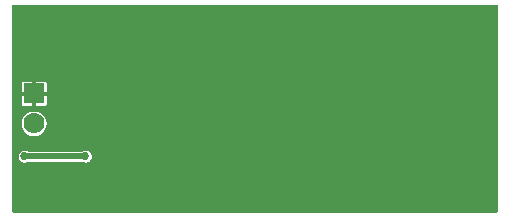
<source format=gbl>
%FSLAX33Y33*%
%MOMM*%
%ADD10C,0.0508*%
%ADD11C,0.508*%
%ADD12C,0.68834*%
%ADD13R,1.778X1.778*%
%ADD14C,1.778*%
D10*
%LNpour fill*%
G01*
X41475Y17975D02*
X41475Y17975D01*
X0525Y17975*
X0525Y0525*
X41475Y0525*
X41475Y17975*
X3189Y9427D02*
X2402Y9427D01*
X2402Y9682*
X2198Y9682*
X2198Y9427*
X1411Y9427*
X1379Y9429*
X1348Y9437*
X1318Y9449*
X1291Y9466*
X1267Y9487*
X1246Y9511*
X1229Y9538*
X1217Y9568*
X1209Y9599*
X1207Y9631*
X1207Y10418*
X1462Y10418*
X1462Y10622*
X1207Y10622*
X1207Y11409*
X1209Y11441*
X1217Y11472*
X1229Y11502*
X1246Y11529*
X1267Y11553*
X1291Y11574*
X1318Y11591*
X1348Y11603*
X1379Y11611*
X1411Y11613*
X2198Y11613*
X2198Y11358*
X2402Y11358*
X2402Y11613*
X3189Y11613*
X3221Y11611*
X3252Y11603*
X3282Y11591*
X3309Y11574*
X3333Y11553*
X3354Y11529*
X3371Y11502*
X3383Y11472*
X3391Y11441*
X3393Y11409*
X3393Y10622*
X3138Y10622*
X3138Y10418*
X3393Y10418*
X3393Y9631*
X3391Y9599*
X3383Y9568*
X3371Y9538*
X3354Y9511*
X3333Y9487*
X3309Y9466*
X3282Y9449*
X3252Y9437*
X3221Y9429*
X3189Y9427*
X2432Y6895D02*
X2168Y6895D01*
X1912Y6958*
X1679Y7080*
X1482Y7255*
X1332Y7472*
X1239Y7718*
X1207Y7980*
X1239Y8242*
X1332Y8488*
X1482Y8705*
X1679Y8880*
X1912Y9002*
X2168Y9065*
X2432Y9065*
X2688Y9002*
X2921Y8880*
X3118Y8705*
X3268Y8488*
X3361Y8242*
X3393Y7980*
X3361Y7718*
X3268Y7472*
X3118Y7255*
X2921Y7080*
X2688Y6958*
X2432Y6895*
X1566Y4656D02*
X1434Y4656D01*
X1306Y4687*
X1188Y4749*
X1090Y4836*
X1014Y4945*
X0968Y5069*
X0952Y5200*
X0968Y5331*
X1014Y5455*
X1090Y5564*
X1188Y5651*
X1306Y5713*
X1434Y5744*
X1566Y5744*
X1694Y5713*
X1798Y5658*
X6387Y5658*
X6491Y5713*
X6619Y5744*
X6751Y5744*
X6880Y5713*
X6997Y5651*
X7096Y5564*
X7171Y5455*
X7218Y5331*
X7234Y5200*
X7218Y5069*
X7171Y4945*
X7096Y4836*
X6997Y4749*
X6880Y4687*
X6751Y4656*
X6619Y4656*
X6491Y4687*
X6387Y4742*
X1798Y4742*
X1694Y4687*
X1566Y4656*
X0500Y0550D02*
X41500Y0550D01*
X0500Y0599D02*
X41500Y0599D01*
X0500Y0649D02*
X41500Y0649D01*
X0500Y0698D02*
X41500Y0698D01*
X0500Y0748D02*
X41500Y0748D01*
X0500Y0797D02*
X41500Y0797D01*
X0500Y0847D02*
X41500Y0847D01*
X0500Y0896D02*
X41500Y0896D01*
X0500Y0946D02*
X41500Y0946D01*
X0500Y0995D02*
X41500Y0995D01*
X0500Y1045D02*
X41500Y1045D01*
X0500Y1094D02*
X41500Y1094D01*
X0500Y1144D02*
X41500Y1144D01*
X0500Y1193D02*
X41500Y1193D01*
X0500Y1243D02*
X41500Y1243D01*
X0500Y1292D02*
X41500Y1292D01*
X0500Y1342D02*
X41500Y1342D01*
X0500Y1392D02*
X41500Y1392D01*
X0500Y1441D02*
X41500Y1441D01*
X0500Y1491D02*
X41500Y1491D01*
X0500Y1540D02*
X41500Y1540D01*
X0500Y1590D02*
X41500Y1590D01*
X0500Y1639D02*
X41500Y1639D01*
X0500Y1689D02*
X41500Y1689D01*
X0500Y1738D02*
X41500Y1738D01*
X0500Y1788D02*
X41500Y1788D01*
X0500Y1837D02*
X41500Y1837D01*
X0500Y1887D02*
X41500Y1887D01*
X0500Y1936D02*
X41500Y1936D01*
X0500Y1986D02*
X41500Y1986D01*
X0500Y2035D02*
X41500Y2035D01*
X0500Y2085D02*
X41500Y2085D01*
X0500Y2134D02*
X41500Y2134D01*
X0500Y2184D02*
X41500Y2184D01*
X0500Y2234D02*
X41500Y2234D01*
X0500Y2283D02*
X41500Y2283D01*
X0500Y2333D02*
X41500Y2333D01*
X0500Y2382D02*
X41500Y2382D01*
X0500Y2432D02*
X41500Y2432D01*
X0500Y2481D02*
X41500Y2481D01*
X0500Y2531D02*
X41500Y2531D01*
X0500Y2580D02*
X41500Y2580D01*
X0500Y2630D02*
X41500Y2630D01*
X0500Y2679D02*
X41500Y2679D01*
X0500Y2729D02*
X41500Y2729D01*
X0500Y2778D02*
X41500Y2778D01*
X0500Y2828D02*
X41500Y2828D01*
X0500Y2877D02*
X41500Y2877D01*
X0500Y2927D02*
X41500Y2927D01*
X0500Y2977D02*
X41500Y2977D01*
X0500Y3026D02*
X41500Y3026D01*
X0500Y3076D02*
X41500Y3076D01*
X0500Y3125D02*
X41500Y3125D01*
X0500Y3175D02*
X41500Y3175D01*
X0500Y3224D02*
X41500Y3224D01*
X0500Y3274D02*
X41500Y3274D01*
X0500Y3323D02*
X41500Y3323D01*
X0500Y3373D02*
X41500Y3373D01*
X0500Y3422D02*
X41500Y3422D01*
X0500Y3472D02*
X41500Y3472D01*
X0500Y3521D02*
X41500Y3521D01*
X0500Y3571D02*
X41500Y3571D01*
X0500Y3620D02*
X41500Y3620D01*
X0500Y3670D02*
X41500Y3670D01*
X0500Y3719D02*
X41500Y3719D01*
X0500Y3769D02*
X41500Y3769D01*
X0500Y3819D02*
X41500Y3819D01*
X0500Y3868D02*
X41500Y3868D01*
X0500Y3918D02*
X41500Y3918D01*
X0500Y3967D02*
X41500Y3967D01*
X0500Y4017D02*
X41500Y4017D01*
X0500Y4066D02*
X41500Y4066D01*
X0500Y4116D02*
X41500Y4116D01*
X0500Y4165D02*
X41500Y4165D01*
X0500Y4215D02*
X41500Y4215D01*
X0500Y4264D02*
X41500Y4264D01*
X0500Y4314D02*
X41500Y4314D01*
X0500Y4363D02*
X41500Y4363D01*
X0500Y4413D02*
X41500Y4413D01*
X0500Y4462D02*
X41500Y4462D01*
X0500Y4512D02*
X41500Y4512D01*
X0500Y4561D02*
X41500Y4561D01*
X0500Y4611D02*
X41500Y4611D01*
X0500Y4661D02*
X1308Y4661D01*
X1692Y4661D02*
X6493Y4661D01*
X6877Y4661D02*
X41500Y4661D01*
X0500Y4710D02*
X1207Y4710D01*
X1793Y4710D02*
X6393Y4710D01*
X6978Y4710D02*
X41500Y4710D01*
X0500Y4760D02*
X1138Y4760D01*
X7047Y4760D02*
X41500Y4760D01*
X0500Y4809D02*
X1082Y4809D01*
X7103Y4809D02*
X41500Y4809D01*
X0500Y4859D02*
X1043Y4859D01*
X7142Y4859D02*
X41500Y4859D01*
X0500Y4908D02*
X1009Y4908D01*
X7176Y4908D02*
X41500Y4908D01*
X0500Y4958D02*
X0983Y4958D01*
X7203Y4958D02*
X41500Y4958D01*
X0500Y5007D02*
X0964Y5007D01*
X7222Y5007D02*
X41500Y5007D01*
X0500Y5057D02*
X0945Y5057D01*
X7240Y5057D02*
X41500Y5057D01*
X0500Y5106D02*
X0937Y5106D01*
X7248Y5106D02*
X41500Y5106D01*
X0500Y5156D02*
X0931Y5156D01*
X7254Y5156D02*
X41500Y5156D01*
X0500Y5205D02*
X0927Y5205D01*
X7259Y5205D02*
X41500Y5205D01*
X0500Y5255D02*
X0933Y5255D01*
X7253Y5255D02*
X41500Y5255D01*
X0500Y5304D02*
X0939Y5304D01*
X7247Y5304D02*
X41500Y5304D01*
X0500Y5354D02*
X0949Y5354D01*
X7236Y5354D02*
X41500Y5354D01*
X0500Y5403D02*
X0968Y5403D01*
X7218Y5403D02*
X41500Y5403D01*
X0500Y5453D02*
X0987Y5453D01*
X7199Y5453D02*
X41500Y5453D01*
X0500Y5503D02*
X1016Y5503D01*
X7169Y5503D02*
X41500Y5503D01*
X0500Y5552D02*
X1051Y5552D01*
X7135Y5552D02*
X41500Y5552D01*
X0500Y5602D02*
X1094Y5602D01*
X7091Y5602D02*
X41500Y5602D01*
X0500Y5651D02*
X1150Y5651D01*
X7035Y5651D02*
X41500Y5651D01*
X0500Y5701D02*
X1228Y5701D01*
X1772Y5701D02*
X6413Y5701D01*
X6957Y5701D02*
X41500Y5701D01*
X0500Y5750D02*
X41500Y5750D01*
X0500Y5800D02*
X41500Y5800D01*
X0500Y5849D02*
X41500Y5849D01*
X0500Y5899D02*
X41500Y5899D01*
X0500Y5948D02*
X41500Y5948D01*
X0500Y5998D02*
X41500Y5998D01*
X0500Y6047D02*
X41500Y6047D01*
X0500Y6097D02*
X41500Y6097D01*
X0500Y6146D02*
X41500Y6146D01*
X0500Y6196D02*
X41500Y6196D01*
X0500Y6245D02*
X41500Y6245D01*
X0500Y6295D02*
X41500Y6295D01*
X0500Y6345D02*
X41500Y6345D01*
X0500Y6394D02*
X41500Y6394D01*
X0500Y6444D02*
X41500Y6444D01*
X0500Y6493D02*
X41500Y6493D01*
X0500Y6543D02*
X41500Y6543D01*
X0500Y6592D02*
X41500Y6592D01*
X0500Y6642D02*
X41500Y6642D01*
X0500Y6691D02*
X41500Y6691D01*
X0500Y6741D02*
X41500Y6741D01*
X0500Y6790D02*
X41500Y6790D01*
X0500Y6840D02*
X41500Y6840D01*
X0500Y6889D02*
X41500Y6889D01*
X0500Y6939D02*
X1894Y6939D01*
X2706Y6939D02*
X41500Y6939D01*
X0500Y6988D02*
X1799Y6988D01*
X2801Y6988D02*
X41500Y6988D01*
X0500Y7038D02*
X1705Y7038D01*
X2895Y7038D02*
X41500Y7038D01*
X0500Y7087D02*
X1633Y7087D01*
X2967Y7087D02*
X41500Y7087D01*
X0500Y7137D02*
X1577Y7137D01*
X3023Y7137D02*
X41500Y7137D01*
X0500Y7187D02*
X1521Y7187D01*
X3079Y7187D02*
X41500Y7187D01*
X0500Y7236D02*
X1465Y7236D01*
X3135Y7236D02*
X41500Y7236D01*
X0500Y7286D02*
X1430Y7286D01*
X3170Y7286D02*
X41500Y7286D01*
X0500Y7335D02*
X1396Y7335D01*
X3204Y7335D02*
X41500Y7335D01*
X0500Y7385D02*
X1361Y7385D01*
X3239Y7385D02*
X41500Y7385D01*
X0500Y7434D02*
X1327Y7434D01*
X3273Y7434D02*
X41500Y7434D01*
X0500Y7484D02*
X1300Y7484D01*
X3300Y7484D02*
X41500Y7484D01*
X0500Y7533D02*
X1282Y7533D01*
X3318Y7533D02*
X41500Y7533D01*
X0500Y7583D02*
X1263Y7583D01*
X3337Y7583D02*
X41500Y7583D01*
X0500Y7632D02*
X1244Y7632D01*
X3356Y7632D02*
X41500Y7632D01*
X0500Y7682D02*
X1225Y7682D01*
X3375Y7682D02*
X41500Y7682D01*
X0500Y7731D02*
X1211Y7731D01*
X3389Y7731D02*
X41500Y7731D01*
X0500Y7781D02*
X1205Y7781D01*
X3395Y7781D02*
X41500Y7781D01*
X0500Y7830D02*
X1199Y7830D01*
X3401Y7830D02*
X41500Y7830D01*
X0500Y7880D02*
X1193Y7880D01*
X3407Y7880D02*
X41500Y7880D01*
X0500Y7929D02*
X1187Y7929D01*
X3413Y7929D02*
X41500Y7929D01*
X0500Y7979D02*
X1181Y7979D01*
X3419Y7979D02*
X41500Y7979D01*
X0500Y8029D02*
X1187Y8029D01*
X3413Y8029D02*
X41500Y8029D01*
X0500Y8078D02*
X1193Y8078D01*
X3407Y8078D02*
X41500Y8078D01*
X0500Y8128D02*
X1199Y8128D01*
X3401Y8128D02*
X41500Y8128D01*
X0500Y8177D02*
X1205Y8177D01*
X3395Y8177D02*
X41500Y8177D01*
X0500Y8227D02*
X1211Y8227D01*
X3389Y8227D02*
X41500Y8227D01*
X0500Y8276D02*
X1225Y8276D01*
X3375Y8276D02*
X41500Y8276D01*
X0500Y8326D02*
X1243Y8326D01*
X3357Y8326D02*
X41500Y8326D01*
X0500Y8375D02*
X1262Y8375D01*
X3338Y8375D02*
X41500Y8375D01*
X0500Y8425D02*
X1281Y8425D01*
X3319Y8425D02*
X41500Y8425D01*
X0500Y8474D02*
X1300Y8474D01*
X3300Y8474D02*
X41500Y8474D01*
X0500Y8524D02*
X1326Y8524D01*
X3274Y8524D02*
X41500Y8524D01*
X0500Y8573D02*
X1360Y8573D01*
X3240Y8573D02*
X41500Y8573D01*
X0500Y8623D02*
X1394Y8623D01*
X3206Y8623D02*
X41500Y8623D01*
X0500Y8672D02*
X1428Y8672D01*
X3172Y8672D02*
X41500Y8672D01*
X0500Y8722D02*
X1463Y8722D01*
X3137Y8722D02*
X41500Y8722D01*
X0500Y8772D02*
X1519Y8772D01*
X3081Y8772D02*
X41500Y8772D01*
X0500Y8821D02*
X1574Y8821D01*
X3026Y8821D02*
X41500Y8821D01*
X0500Y8871D02*
X1630Y8871D01*
X2970Y8871D02*
X41500Y8871D01*
X0500Y8920D02*
X1701Y8920D01*
X2899Y8920D02*
X41500Y8920D01*
X0500Y8970D02*
X1796Y8970D01*
X2804Y8970D02*
X41500Y8970D01*
X0500Y9019D02*
X1890Y9019D01*
X2710Y9019D02*
X41500Y9019D01*
X0500Y9069D02*
X41500Y9069D01*
X0500Y9118D02*
X41500Y9118D01*
X0500Y9168D02*
X41500Y9168D01*
X0500Y9217D02*
X41500Y9217D01*
X0500Y9267D02*
X41500Y9267D01*
X0500Y9316D02*
X41500Y9316D01*
X0500Y9366D02*
X41500Y9366D01*
X0500Y9415D02*
X41500Y9415D01*
X0500Y9465D02*
X1253Y9465D01*
X2224Y9465D02*
X2376Y9465D01*
X3347Y9465D02*
X41500Y9465D01*
X0500Y9514D02*
X1214Y9514D01*
X2224Y9514D02*
X2376Y9514D01*
X3386Y9514D02*
X41500Y9514D01*
X0500Y9564D02*
X1192Y9564D01*
X2224Y9564D02*
X2376Y9564D01*
X3408Y9564D02*
X41500Y9564D01*
X0500Y9614D02*
X1183Y9614D01*
X2224Y9614D02*
X2376Y9614D01*
X3417Y9614D02*
X41500Y9614D01*
X0500Y9663D02*
X1181Y9663D01*
X3419Y9663D02*
X41500Y9663D01*
X0500Y9713D02*
X1181Y9713D01*
X3419Y9713D02*
X41500Y9713D01*
X0500Y9762D02*
X1181Y9762D01*
X3419Y9762D02*
X41500Y9762D01*
X0500Y9812D02*
X1181Y9812D01*
X3419Y9812D02*
X41500Y9812D01*
X0500Y9861D02*
X1181Y9861D01*
X3419Y9861D02*
X41500Y9861D01*
X0500Y9911D02*
X1181Y9911D01*
X3419Y9911D02*
X41500Y9911D01*
X0500Y9960D02*
X1181Y9960D01*
X3419Y9960D02*
X41500Y9960D01*
X0500Y10010D02*
X1181Y10010D01*
X3419Y10010D02*
X41500Y10010D01*
X0500Y10059D02*
X1181Y10059D01*
X3419Y10059D02*
X41500Y10059D01*
X0500Y10109D02*
X1181Y10109D01*
X3419Y10109D02*
X41500Y10109D01*
X0500Y10158D02*
X1181Y10158D01*
X3419Y10158D02*
X41500Y10158D01*
X0500Y10208D02*
X1181Y10208D01*
X3419Y10208D02*
X41500Y10208D01*
X0500Y10257D02*
X1181Y10257D01*
X3419Y10257D02*
X41500Y10257D01*
X0500Y10307D02*
X1181Y10307D01*
X3419Y10307D02*
X41500Y10307D01*
X0500Y10356D02*
X1181Y10356D01*
X3419Y10356D02*
X41500Y10356D01*
X0500Y10406D02*
X1181Y10406D01*
X3419Y10406D02*
X41500Y10406D01*
X0500Y10456D02*
X1436Y10456D01*
X3164Y10456D02*
X41500Y10456D01*
X0500Y10505D02*
X1436Y10505D01*
X3164Y10505D02*
X41500Y10505D01*
X0500Y10555D02*
X1436Y10555D01*
X3164Y10555D02*
X41500Y10555D01*
X0500Y10604D02*
X1188Y10604D01*
X3412Y10604D02*
X41500Y10604D01*
X0500Y10654D02*
X1181Y10654D01*
X3419Y10654D02*
X41500Y10654D01*
X0500Y10703D02*
X1181Y10703D01*
X3419Y10703D02*
X41500Y10703D01*
X0500Y10753D02*
X1181Y10753D01*
X3419Y10753D02*
X41500Y10753D01*
X0500Y10802D02*
X1181Y10802D01*
X3419Y10802D02*
X41500Y10802D01*
X0500Y10852D02*
X1181Y10852D01*
X3419Y10852D02*
X41500Y10852D01*
X0500Y10901D02*
X1181Y10901D01*
X3419Y10901D02*
X41500Y10901D01*
X0500Y10951D02*
X1181Y10951D01*
X3419Y10951D02*
X41500Y10951D01*
X0500Y11000D02*
X1181Y11000D01*
X3419Y11000D02*
X41500Y11000D01*
X0500Y11050D02*
X1181Y11050D01*
X3419Y11050D02*
X41500Y11050D01*
X0500Y11099D02*
X1181Y11099D01*
X3419Y11099D02*
X41500Y11099D01*
X0500Y11149D02*
X1181Y11149D01*
X3419Y11149D02*
X41500Y11149D01*
X0500Y11198D02*
X1181Y11198D01*
X3419Y11198D02*
X41500Y11198D01*
X0500Y11248D02*
X1181Y11248D01*
X3419Y11248D02*
X41500Y11248D01*
X0500Y11298D02*
X1181Y11298D01*
X3419Y11298D02*
X41500Y11298D01*
X0500Y11347D02*
X1181Y11347D01*
X3419Y11347D02*
X41500Y11347D01*
X0500Y11397D02*
X1181Y11397D01*
X2224Y11397D02*
X2376Y11397D01*
X3419Y11397D02*
X41500Y11397D01*
X0500Y11446D02*
X1184Y11446D01*
X2224Y11446D02*
X2376Y11446D01*
X3416Y11446D02*
X41500Y11446D01*
X0500Y11496D02*
X1199Y11496D01*
X2224Y11496D02*
X2376Y11496D01*
X3401Y11496D02*
X41500Y11496D01*
X0500Y11545D02*
X1226Y11545D01*
X2224Y11545D02*
X2376Y11545D01*
X3374Y11545D02*
X41500Y11545D01*
X0500Y11595D02*
X1276Y11595D01*
X2224Y11595D02*
X2376Y11595D01*
X3324Y11595D02*
X41500Y11595D01*
X0500Y11644D02*
X41500Y11644D01*
X0500Y11694D02*
X41500Y11694D01*
X0500Y11743D02*
X41500Y11743D01*
X0500Y11793D02*
X41500Y11793D01*
X0500Y11842D02*
X41500Y11842D01*
X0500Y11892D02*
X41500Y11892D01*
X0500Y11941D02*
X41500Y11941D01*
X0500Y11991D02*
X41500Y11991D01*
X0500Y12040D02*
X41500Y12040D01*
X0500Y12090D02*
X41500Y12090D01*
X0500Y12140D02*
X41500Y12140D01*
X0500Y12189D02*
X41500Y12189D01*
X0500Y12239D02*
X41500Y12239D01*
X0500Y12288D02*
X41500Y12288D01*
X0500Y12338D02*
X41500Y12338D01*
X0500Y12387D02*
X41500Y12387D01*
X0500Y12437D02*
X41500Y12437D01*
X0500Y12486D02*
X41500Y12486D01*
X0500Y12536D02*
X41500Y12536D01*
X0500Y12585D02*
X41500Y12585D01*
X0500Y12635D02*
X41500Y12635D01*
X0500Y12684D02*
X41500Y12684D01*
X0500Y12734D02*
X41500Y12734D01*
X0500Y12783D02*
X41500Y12783D01*
X0500Y12833D02*
X41500Y12833D01*
X0500Y12883D02*
X41500Y12883D01*
X0500Y12932D02*
X41500Y12932D01*
X0500Y12982D02*
X41500Y12982D01*
X0500Y13031D02*
X41500Y13031D01*
X0500Y13081D02*
X41500Y13081D01*
X0500Y13130D02*
X41500Y13130D01*
X0500Y13180D02*
X41500Y13180D01*
X0500Y13229D02*
X41500Y13229D01*
X0500Y13279D02*
X41500Y13279D01*
X0500Y13328D02*
X41500Y13328D01*
X0500Y13378D02*
X41500Y13378D01*
X0500Y13427D02*
X41500Y13427D01*
X0500Y13477D02*
X41500Y13477D01*
X0500Y13526D02*
X41500Y13526D01*
X0500Y13576D02*
X41500Y13576D01*
X0500Y13625D02*
X41500Y13625D01*
X0500Y13675D02*
X41500Y13675D01*
X0500Y13725D02*
X41500Y13725D01*
X0500Y13774D02*
X41500Y13774D01*
X0500Y13824D02*
X41500Y13824D01*
X0500Y13873D02*
X41500Y13873D01*
X0500Y13923D02*
X41500Y13923D01*
X0500Y13972D02*
X41500Y13972D01*
X0500Y14022D02*
X41500Y14022D01*
X0500Y14071D02*
X41500Y14071D01*
X0500Y14121D02*
X41500Y14121D01*
X0500Y14170D02*
X41500Y14170D01*
X0500Y14220D02*
X41500Y14220D01*
X0500Y14269D02*
X41500Y14269D01*
X0500Y14319D02*
X41500Y14319D01*
X0500Y14368D02*
X41500Y14368D01*
X0500Y14418D02*
X41500Y14418D01*
X0500Y14467D02*
X41500Y14467D01*
X0500Y14517D02*
X41500Y14517D01*
X0500Y14567D02*
X41500Y14567D01*
X0500Y14616D02*
X41500Y14616D01*
X0500Y14666D02*
X41500Y14666D01*
X0500Y14715D02*
X41500Y14715D01*
X0500Y14765D02*
X41500Y14765D01*
X0500Y14814D02*
X41500Y14814D01*
X0500Y14864D02*
X41500Y14864D01*
X0500Y14913D02*
X41500Y14913D01*
X0500Y14963D02*
X41500Y14963D01*
X0500Y15012D02*
X41500Y15012D01*
X0500Y15062D02*
X41500Y15062D01*
X0500Y15111D02*
X41500Y15111D01*
X0500Y15161D02*
X41500Y15161D01*
X0500Y15210D02*
X41500Y15210D01*
X0500Y15260D02*
X41500Y15260D01*
X0500Y15309D02*
X41500Y15309D01*
X0500Y15359D02*
X41500Y15359D01*
X0500Y15409D02*
X41500Y15409D01*
X0500Y15458D02*
X41500Y15458D01*
X0500Y15508D02*
X41500Y15508D01*
X0500Y15557D02*
X41500Y15557D01*
X0500Y15607D02*
X41500Y15607D01*
X0500Y15656D02*
X41500Y15656D01*
X0500Y15706D02*
X41500Y15706D01*
X0500Y15755D02*
X41500Y15755D01*
X0500Y15805D02*
X41500Y15805D01*
X0500Y15854D02*
X41500Y15854D01*
X0500Y15904D02*
X41500Y15904D01*
X0500Y15953D02*
X41500Y15953D01*
X0500Y16003D02*
X41500Y16003D01*
X0500Y16052D02*
X41500Y16052D01*
X0500Y16102D02*
X41500Y16102D01*
X0500Y16151D02*
X41500Y16151D01*
X0500Y16201D02*
X41500Y16201D01*
X0500Y16251D02*
X41500Y16251D01*
X0500Y16300D02*
X41500Y16300D01*
X0500Y16350D02*
X41500Y16350D01*
X0500Y16399D02*
X41500Y16399D01*
X0500Y16449D02*
X41500Y16449D01*
X0500Y16498D02*
X41500Y16498D01*
X0500Y16548D02*
X41500Y16548D01*
X0500Y16597D02*
X41500Y16597D01*
X0500Y16647D02*
X41500Y16647D01*
X0500Y16696D02*
X41500Y16696D01*
X0500Y16746D02*
X41500Y16746D01*
X0500Y16795D02*
X41500Y16795D01*
X0500Y16845D02*
X41500Y16845D01*
X0500Y16894D02*
X41500Y16894D01*
X0500Y16944D02*
X41500Y16944D01*
X0500Y16993D02*
X41500Y16993D01*
X0500Y17043D02*
X41500Y17043D01*
X0500Y17093D02*
X41500Y17093D01*
X0500Y17142D02*
X41500Y17142D01*
X0500Y17192D02*
X41500Y17192D01*
X0500Y17241D02*
X41500Y17241D01*
X0500Y17291D02*
X41500Y17291D01*
X0500Y17340D02*
X41500Y17340D01*
X0500Y17390D02*
X41500Y17390D01*
X0500Y17439D02*
X41500Y17439D01*
X0500Y17489D02*
X41500Y17489D01*
X0500Y17538D02*
X41500Y17538D01*
X0500Y17588D02*
X41500Y17588D01*
X0500Y17637D02*
X41500Y17637D01*
X0500Y17687D02*
X41500Y17687D01*
X0500Y17736D02*
X41500Y17736D01*
X0500Y17786D02*
X41500Y17786D01*
X0500Y17835D02*
X41500Y17835D01*
X0500Y17885D02*
X41500Y17885D01*
X0500Y17935D02*
X41500Y17935D01*
X0500Y17984D02*
X41500Y17984D01*
%LNbottom copper_traces*%
D11*
X6685Y5200D02*
X1500Y5200D01*
D12*
X21675Y7500D03*
X12235Y14285D03*
X6685Y5200D03*
X14175Y7500D03*
X27235Y14285D03*
X6675Y7500D03*
X1500Y5200D03*
X19735Y14285D03*
X36675Y7500D03*
X29175Y7500D03*
X34585Y14285D03*
X4735Y14285D03*
%LNbottom copper component 4188e9859e8afcf0*%
D13*
X2300Y10520D03*
D14*
X2300Y7980D03*
M02*
</source>
